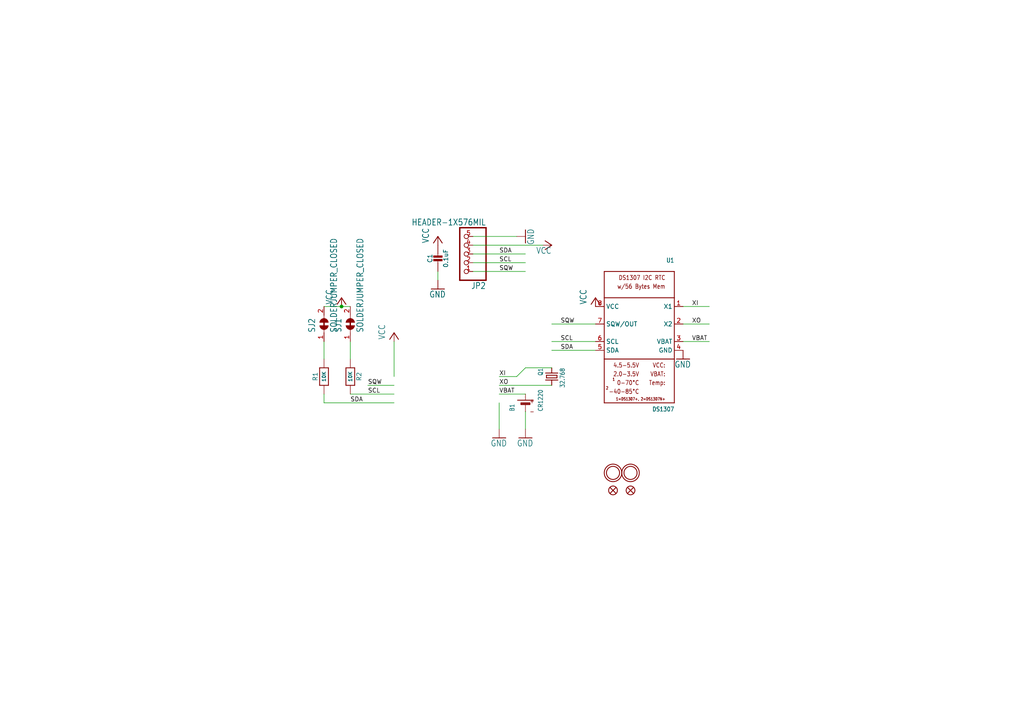
<source format=kicad_sch>
(kicad_sch (version 20211123) (generator eeschema)
  (paper "A4")
  (lib_symbols
    (symbol "eagleSchem-eagle-import:BATTERYCR1220_SMT"
      (property "Reference" "B" (at -2.54 3.175 0))
      (property "Value" "BATTERYCR1220_SMT" (at -2.54 -5.08 0))
      (symbol "BATTERYCR1220_SMT_1_0"
        (polyline (pts (xy -2.54 0) (xy -0.635 0)) (stroke (width 0.1524)))
        (polyline (pts (xy -0.508 -1.27) (xy -0.508 1.27)) (stroke (width 0.254)))
        (polyline (pts (xy -0.508 1.27) (xy -0.254 1.27)) (stroke (width 0.254)))
        (polyline (pts (xy -0.254 -1.27) (xy -0.508 -1.27)) (stroke (width 0.254)))
        (polyline (pts (xy -0.254 1.27) (xy -0.254 -1.27)) (stroke (width 0.254)))
        (polyline (pts (xy -0.254 1.27) (xy 0 1.27)) (stroke (width 0.254)))
        (polyline (pts (xy 0 -1.27) (xy -0.254 -1.27)) (stroke (width 0.254)))
        (polyline (pts (xy 0 1.27) (xy 0 -1.27)) (stroke (width 0.254)))
        (polyline (pts (xy 0.762 2.286) (xy 0.762 -2.286)) (stroke (width 0.254)))
        (polyline (pts (xy 0.889 0) (xy 2.54 0)) (stroke (width 0.1524)))
        (text "+" (at 1.27 -1.143 900) (effects (font (size 1.27 1.0795)) (justify right top)))
        (text "-" (at -1.778 -1.143 900) (effects (font (size 1.27 1.0795)) (justify right top)))
        (pin passive line (at 2.54 0 180) (length 0) (name "+") (number "+$1"))
        (pin passive line (at -2.54 0 0) (length 0) (name "-") (number "-"))
      )
    )
    (symbol "eagleSchem-eagle-import:CAP_CERAMIC0805-NOOUTLINE"
      (property "Reference" "C" (at -2.29 1.25 90))
      (property "Value" "CAP_CERAMIC0805-NOOUTLINE" (at 2.3 1.25 90))
      (symbol "CAP_CERAMIC0805-NOOUTLINE_1_0"
        (rectangle (start -1.27 0.508) (end 1.27 1.016) (fill (type outline)))
        (rectangle (start -1.27 1.524) (end 1.27 2.032) (fill (type outline)))
        (polyline (pts (xy 0 0.762) (xy 0 0)) (stroke (width 0.1524)))
        (polyline (pts (xy 0 2.54) (xy 0 1.778)) (stroke (width 0.1524)))
        (pin passive line (at 0 5.08 270) (length 2.54) (name "1") (number "1"))
        (pin passive line (at 0 -2.54 90) (length 2.54) (name "2") (number "2"))
      )
    )
    (symbol "eagleSchem-eagle-import:CRYSTAL8.0X3.8"
      (property "Reference" "Y" (at -2.54 2.54 0))
      (property "Value" "CRYSTAL8.0X3.8" (at -2.54 -3.81 0))
      (symbol "CRYSTAL8.0X3.8_1_0"
        (polyline (pts (xy -2.54 0) (xy -1.016 0)) (stroke (width 0.254)))
        (polyline (pts (xy -1.016 0) (xy -1.016 -1.778)) (stroke (width 0.254)))
        (polyline (pts (xy -1.016 1.778) (xy -1.016 0)) (stroke (width 0.254)))
        (polyline (pts (xy -0.381 -1.524) (xy 0.381 -1.524)) (stroke (width 0.254)))
        (polyline (pts (xy -0.381 1.524) (xy -0.381 -1.524)) (stroke (width 0.254)))
        (polyline (pts (xy 0.381 -1.524) (xy 0.381 1.524)) (stroke (width 0.254)))
        (polyline (pts (xy 0.381 1.524) (xy -0.381 1.524)) (stroke (width 0.254)))
        (polyline (pts (xy 1.016 0) (xy 1.016 -1.778)) (stroke (width 0.254)))
        (polyline (pts (xy 1.016 1.778) (xy 1.016 0)) (stroke (width 0.254)))
        (polyline (pts (xy 2.54 0) (xy 1.016 0)) (stroke (width 0.254)))
        (pin passive line (at -2.54 0 0) (length 0) (name "1") (number "P$1"))
        (pin passive line (at 2.54 0 180) (length 0) (name "2") (number "P$4"))
      )
    )
    (symbol "eagleSchem-eagle-import:FIDUCIAL{dblquote}{dblquote}"
      (symbol "FIDUCIAL{dblquote}{dblquote}_1_0"
        (polyline (pts (xy -0.762 0.762) (xy 0.762 -0.762)) (stroke (width 0.254)))
        (polyline (pts (xy 0.762 0.762) (xy -0.762 -0.762)) (stroke (width 0.254)))
        (circle (center 0 0) (radius 1.27) (stroke (width 0.254)))
      )
    )
    (symbol "eagleSchem-eagle-import:GND" (power)
      (property "Value" "GND" (at -2.54 -2.54 0))
      (symbol "GND_1_0"
        (polyline (pts (xy -1.905 0) (xy 1.905 0)) (stroke (width 0.254)))
        (pin power_in line (at 0 2.54 270) (length 2.54) (name "GND") (number "1"))
      )
    )
    (symbol "eagleSchem-eagle-import:HEADER-1X576MIL"
      (property "Reference" "JP" (at -6.35 8.255 0))
      (property "Value" "HEADER-1X576MIL" (at -6.35 -10.16 0))
      (symbol "HEADER-1X576MIL_1_0"
        (polyline (pts (xy -6.35 -7.62) (xy 1.27 -7.62)) (stroke (width 0.4064)))
        (polyline (pts (xy -6.35 7.62) (xy -6.35 -7.62)) (stroke (width 0.4064)))
        (polyline (pts (xy 1.27 -7.62) (xy 1.27 7.62)) (stroke (width 0.4064)))
        (polyline (pts (xy 1.27 7.62) (xy -6.35 7.62)) (stroke (width 0.4064)))
        (pin passive inverted (at -2.54 5.08 0) (length 2.54) (name "1") (number "1"))
        (pin passive inverted (at -2.54 2.54 0) (length 2.54) (name "2") (number "2"))
        (pin passive inverted (at -2.54 0 0) (length 2.54) (name "3") (number "3"))
        (pin passive inverted (at -2.54 -2.54 0) (length 2.54) (name "4") (number "4"))
        (pin passive inverted (at -2.54 -5.08 0) (length 2.54) (name "5") (number "5"))
      )
    )
    (symbol "eagleSchem-eagle-import:MOUNTINGHOLE2.0"
      (symbol "MOUNTINGHOLE2.0_1_0"
        (circle (center 0 0) (radius 1.905) (stroke (width 0.254)))
        (circle (center 0 0) (radius 2.54) (stroke (width 0.254)))
      )
    )
    (symbol "eagleSchem-eagle-import:RESISTOR0805_NOOUTLINE"
      (property "Reference" "R" (at 0 2.54 0))
      (property "Value" "RESISTOR0805_NOOUTLINE" (at 0 0 0))
      (symbol "RESISTOR0805_NOOUTLINE_1_0"
        (polyline (pts (xy -2.54 -1.27) (xy -2.54 1.27)) (stroke (width 0.254)))
        (polyline (pts (xy -2.54 1.27) (xy 2.54 1.27)) (stroke (width 0.254)))
        (polyline (pts (xy 2.54 -1.27) (xy -2.54 -1.27)) (stroke (width 0.254)))
        (polyline (pts (xy 2.54 1.27) (xy 2.54 -1.27)) (stroke (width 0.254)))
        (pin passive line (at -5.08 0 0) (length 2.54) (name "1") (number "1"))
        (pin passive line (at 5.08 0 180) (length 2.54) (name "2") (number "2"))
      )
    )
    (symbol "eagleSchem-eagle-import:RTC_DS1307"
      (property "Reference" "U" (at -10.16 20.32 0))
      (property "Value" "RTC_DS1307" (at -10.16 -22.86 0))
      (symbol "RTC_DS1307_1_0"
        (polyline (pts (xy -10.16 -20.32) (xy -10.16 -7.62)) (stroke (width 0.254)))
        (polyline (pts (xy -10.16 -7.62) (xy -10.16 10.16)) (stroke (width 0.254)))
        (polyline (pts (xy -10.16 10.16) (xy 10.16 10.16)) (stroke (width 0.254)))
        (polyline (pts (xy -10.16 17.78) (xy -10.16 10.16)) (stroke (width 0.254)))
        (polyline (pts (xy -10.16 17.78) (xy 10.16 17.78)) (stroke (width 0.254)))
        (polyline (pts (xy 10.16 -20.32) (xy -10.16 -20.32)) (stroke (width 0.254)))
        (polyline (pts (xy 10.16 -20.32) (xy 10.16 -7.62)) (stroke (width 0.254)))
        (polyline (pts (xy 10.16 -7.62) (xy -10.16 -7.62)) (stroke (width 0.254)))
        (polyline (pts (xy 10.16 10.16) (xy 10.16 -7.62)) (stroke (width 0.254)))
        (polyline (pts (xy 10.16 17.78) (xy 10.16 10.16)) (stroke (width 0.254)))
        (text "-40-85°C" (at 0 -17.78 0) (effects (font (size 1.27 1.0795)) (justify left bottom)))
        (text "0-70°C" (at 0 -15.24 0) (effects (font (size 1.27 1.0795)) (justify left bottom)))
        (text "1" (at 6.985 -13.97 0) (effects (font (size 0.8128 0.6908)) (justify left bottom)))
        (text "1=DS1307+, 2=DS1307N+" (at -7.62 -19.685 0) (effects (font (size 0.8128 0.6908)) (justify left bottom)))
        (text "2" (at 8.89 -16.51 0) (effects (font (size 0.8128 0.6908)) (justify left bottom)))
        (text "2.0-3.5V" (at 0 -12.7 0) (effects (font (size 1.27 1.0795)) (justify left bottom)))
        (text "4.5-5.5V" (at 0 -10.16 0) (effects (font (size 1.27 1.0795)) (justify left bottom)))
        (text "DS1307 I2C RTC" (at -7.62 15.24 0) (effects (font (size 1.27 1.0795)) (justify left bottom)))
        (text "Temp:" (at -7.62 -15.24 0) (effects (font (size 1.27 1.0795)) (justify left bottom)))
        (text "VBAT:" (at -7.62 -12.7 0) (effects (font (size 1.27 1.0795)) (justify left bottom)))
        (text "VCC:" (at -7.62 -10.16 0) (effects (font (size 1.27 1.0795)) (justify left bottom)))
        (text "w/56 Bytes Mem" (at -7.62 12.7 0) (effects (font (size 1.27 1.0795)) (justify left bottom)))
        (pin bidirectional line (at -12.7 7.62 0) (length 2.54) (name "X1") (number "1"))
        (pin bidirectional line (at -12.7 2.54 0) (length 2.54) (name "X2") (number "2"))
        (pin bidirectional line (at -12.7 -2.54 0) (length 2.54) (name "VBAT") (number "3"))
        (pin bidirectional line (at -12.7 -5.08 0) (length 2.54) (name "GND") (number "4"))
        (pin bidirectional line (at 12.7 -5.08 180) (length 2.54) (name "SDA") (number "5"))
        (pin bidirectional line (at 12.7 -2.54 180) (length 2.54) (name "SCL") (number "6"))
        (pin bidirectional line (at 12.7 2.54 180) (length 2.54) (name "SQW/OUT") (number "7"))
        (pin bidirectional line (at 12.7 7.62 180) (length 2.54) (name "VCC") (number "8"))
      )
    )
    (symbol "eagleSchem-eagle-import:SOLDERJUMPER_CLOSED"
      (property "Reference" "SJ" (at -2.54 2.54 0))
      (property "Value" "SOLDERJUMPER_CLOSED" (at -2.54 -3.81 0))
      (symbol "SOLDERJUMPER_CLOSED_1_0"
        (arc (start -0.381 1.2699) (mid -1.6508 0) (end -0.381 -1.2699) (stroke (width 0.0001)) (fill (type outline)))
        (polyline (pts (xy -2.54 0) (xy -1.651 0)) (stroke (width 0.1524)))
        (polyline (pts (xy -0.635 0) (xy 0.635 0)) (stroke (width 0.4064)))
        (polyline (pts (xy 2.54 0) (xy 1.651 0)) (stroke (width 0.1524)))
        (arc (start 0.381 -1.2699) (mid 1.6508 0) (end 0.381 1.2699) (stroke (width 0.0001)) (fill (type outline)))
        (pin passive line (at -5.08 0 0) (length 2.54) (name "1") (number "1"))
        (pin passive line (at 5.08 0 180) (length 2.54) (name "2") (number "2"))
      )
    )
    (symbol "eagleSchem-eagle-import:VCC" (power)
      (property "Value" "VCC" (at -2.54 -2.54 90))
      (symbol "VCC_1_0"
        (polyline (pts (xy 0 0) (xy -1.27 -1.905)) (stroke (width 0.254)))
        (polyline (pts (xy 1.27 -1.905) (xy 0 0)) (stroke (width 0.254)))
        (pin power_in line (at 0 -2.54 90) (length 2.54) (name "VCC") (number "1"))
      )
    )
  )
  (junction (at 99.06 88.9))
  (wire (pts (xy 137.16 76.2) (xy 152.4 76.2)))
  (wire (pts (xy 152.4 119.38) (xy 152.4 124.46)))
  (wire (pts (xy 99.06 88.9) (xy 93.98 88.9)))
  (wire (pts (xy 137.16 73.66) (xy 152.4 73.66)))
  (wire (pts (xy 160.02 111.76) (xy 144.78 111.76)))
  (wire (pts (xy 93.98 116.84) (xy 93.98 114.3)))
  (wire (pts (xy 152.4 106.68) (xy 149.86 109.22)))
  (wire (pts (xy 144.78 124.46) (xy 144.78 116.84)))
  (wire (pts (xy 152.4 114.3) (xy 144.78 114.3)))
  (wire (pts (xy 205.74 93.98) (xy 198.12 93.98)))
  (wire (pts (xy 127 81.28) (xy 127 78.74)))
  (wire (pts (xy 137.16 78.74) (xy 152.4 78.74)))
  (wire (pts (xy 160.02 106.68) (xy 152.4 106.68)))
  (wire (pts (xy 160.02 99.06) (xy 172.72 99.06)))
  (wire (pts (xy 198.12 88.9) (xy 205.74 88.9)))
  (wire (pts (xy 114.3 111.76) (xy 106.68 111.76)))
  (wire (pts (xy 114.3 116.84) (xy 93.98 116.84)))
  (wire (pts (xy 93.98 104.14) (xy 93.98 99.06)))
  (wire (pts (xy 198.12 99.06) (xy 205.74 99.06)))
  (wire (pts (xy 101.6 88.9) (xy 99.06 88.9)))
  (wire (pts (xy 172.72 93.98) (xy 160.02 93.98)))
  (wire (pts (xy 157.48 71.12) (xy 137.16 71.12)))
  (wire (pts (xy 149.86 109.22) (xy 144.78 109.22)))
  (wire (pts (xy 114.3 114.3) (xy 101.6 114.3)))
  (wire (pts (xy 114.3 99.06) (xy 114.3 109.22)))
  (wire (pts (xy 172.72 101.6) (xy 160.02 101.6)))
  (wire (pts (xy 149.86 68.58) (xy 137.16 68.58)))
  (wire (pts (xy 101.6 99.06) (xy 101.6 104.14)))
  (label "VBAT" (at 144.78 114.3 0) (effects (font (size 1.2446 1.2446))))
  (label "XI" (at 200.66 88.9 0) (effects (font (size 1.2446 1.2446))))
  (label "SCL" (at 162.56 99.06 0) (effects (font (size 1.2446 1.2446))))
  (label "VBAT" (at 200.66 99.06 0) (effects (font (size 1.2446 1.2446))))
  (label "SDA" (at 162.56 101.6 0) (effects (font (size 1.2446 1.2446))))
  (label "XO" (at 200.66 93.98 0) (effects (font (size 1.2446 1.2446))))
  (label "SCL" (at 144.78 76.2 0) (effects (font (size 1.2446 1.2446))))
  (label "SCL" (at 106.68 114.3 0) (effects (font (size 1.2446 1.2446))))
  (label "SQW" (at 162.56 93.98 0) (effects (font (size 1.2446 1.2446))))
  (label "SDA" (at 144.78 73.66 0) (effects (font (size 1.2446 1.2446))))
  (label "SDA" (at 101.6 116.84 0) (effects (font (size 1.2446 1.2446))))
  (label "SQW" (at 144.78 78.74 0) (effects (font (size 1.2446 1.2446))))
  (label "SQW" (at 106.68 111.76 0) (effects (font (size 1.2446 1.2446))))
  (label "XO" (at 144.78 111.76 0) (effects (font (size 1.2446 1.2446))))
  (label "XI" (at 144.78 109.22 0) (effects (font (size 1.2446 1.2446))))
  (symbol (lib_id "eagleSchem-eagle-import:CAP_CERAMIC0805-NOOUTLINE") (at 127 76.2 0) (unit 1)
    (property "Reference" "C1" (at 124.71 74.95 90))
    (property "Value" "0.1uF" (at 129.3 74.95 90))
    (property "Footprint" "eagleSchem:0805-NO" (effects hide))
  )
  (symbol (lib_id "eagleSchem-eagle-import:RESISTOR0805_NOOUTLINE") (at 93.98 109.22 90) (unit 1)
    (property "Reference" "R1" (at 91.44 109.22 0))
    (property "Value" "10K" (at 93.98 109.22 0) (effects (font (size 1.016 1.016) bold)))
    (property "Footprint" "eagleSchem:0805-NO" (effects hide))
  )
  (symbol (lib_id "eagleSchem-eagle-import:SOLDERJUMPER_CLOSED") (at 93.98 93.98 90) (unit 1)
    (property "Reference" "SJ2" (at 91.44 96.52 0) (effects (font (size 1.778 1.5113)) (justify left bottom)))
    (property "Value" "SOLDERJUMPER_CLOSED" (at 97.79 96.52 0) (effects (font (size 1.778 1.5113)) (justify left bottom)))
    (property "Footprint" "eagleSchem:SOLDERJUMPER_CLOSEDWIRE" (effects hide))
  )
  (symbol (lib_id "eagleSchem-eagle-import:MOUNTINGHOLE2.0") (at 177.8 137.16 0) (unit 1)
    (property "Reference" "U$1" (effects hide))
    (property "Value" "MOUNTINGHOLE2.0" (effects hide))
    (property "Footprint" "eagleSchem:MOUNTINGHOLE_2.0_PLATED" (effects hide))
  )
  (symbol (lib_id "eagleSchem-eagle-import:BATTERYCR1220_SMT") (at 152.4 116.84 90) (unit 1)
    (property "Reference" "B1" (at 149.225 119.38 0) (effects (font (size 1.27 1.0795)) (justify left bottom)))
    (property "Value" "CR1220" (at 157.48 119.38 0) (effects (font (size 1.27 1.0795)) (justify left bottom)))
    (property "Footprint" "eagleSchem:CR1220" (effects hide))
  )
  (symbol (lib_id "eagleSchem-eagle-import:VCC") (at 114.3 96.52 0) (mirror y) (unit 1)
    (property "Reference" "#P+13" (effects hide))
    (property "Value" "VCC" (at 111.76 93.98 90) (effects (font (size 1.778 1.5113)) (justify right top)))
    (property "Footprint" "eagleSchem:" (effects hide))
  )
  (symbol (lib_id "eagleSchem-eagle-import:RTC_DS1307") (at 185.42 96.52 0) (mirror y) (unit 1)
    (property "Reference" "U1" (at 195.58 76.2 0) (effects (font (size 1.27 1.0795)) (justify left bottom)))
    (property "Value" "DS1307" (at 195.58 119.38 0) (effects (font (size 1.27 1.0795)) (justify left bottom)))
    (property "Footprint" "eagleSchem:SOIC8_150MIL" (effects hide))
  )
  (symbol (lib_id "eagleSchem-eagle-import:GND") (at 152.4 68.58 90) (unit 1)
    (property "Reference" "#GND1" (effects hide))
    (property "Value" "GND" (at 154.94 71.12 0) (effects (font (size 1.778 1.5113)) (justify left bottom)))
    (property "Footprint" "eagleSchem:" (effects hide))
  )
  (symbol (lib_id "eagleSchem-eagle-import:CRYSTAL8.0X3.8") (at 160.02 109.22 90) (mirror x) (unit 1)
    (property "Reference" "Q1" (at 157.48 106.68 0) (effects (font (size 1.27 1.0795)) (justify left bottom)))
    (property "Value" "32.768" (at 163.83 106.68 0) (effects (font (size 1.27 1.0795)) (justify left bottom)))
    (property "Footprint" "eagleSchem:CRYSTAL_8X3.8" (effects hide))
  )
  (symbol (lib_id "eagleSchem-eagle-import:VCC") (at 127 68.58 0) (mirror y) (unit 1)
    (property "Reference" "#P+2" (effects hide))
    (property "Value" "VCC" (at 124.46 66.04 90) (effects (font (size 1.778 1.5113)) (justify right top)))
    (property "Footprint" "eagleSchem:" (effects hide))
  )
  (symbol (lib_id "eagleSchem-eagle-import:FIDUCIAL{dblquote}{dblquote}") (at 182.88 142.24 0) (unit 1)
    (property "Reference" "FID1" (effects hide))
    (property "Value" "FIDUCIAL{dblquote}{dblquote}" (effects hide))
    (property "Footprint" "eagleSchem:FIDUCIAL_1MM" (effects hide))
  )
  (symbol (lib_id "eagleSchem-eagle-import:GND") (at 144.78 127 0) (unit 1)
    (property "Reference" "#GND16" (effects hide))
    (property "Value" "GND" (at 142.24 129.54 0) (effects (font (size 1.778 1.5113)) (justify left bottom)))
    (property "Footprint" "eagleSchem:" (effects hide))
  )
  (symbol (lib_id "eagleSchem-eagle-import:GND") (at 127 83.82 0) (unit 1)
    (property "Reference" "#GND2" (effects hide))
    (property "Value" "GND" (at 124.46 86.36 0) (effects (font (size 1.778 1.5113)) (justify left bottom)))
    (property "Footprint" "eagleSchem:" (effects hide))
  )
  (symbol (lib_id "eagleSchem-eagle-import:SOLDERJUMPER_CLOSED") (at 101.6 93.98 90) (unit 1)
    (property "Reference" "SJ1" (at 99.06 96.52 0) (effects (font (size 1.778 1.5113)) (justify left bottom)))
    (property "Value" "SOLDERJUMPER_CLOSED" (at 105.41 96.52 0) (effects (font (size 1.778 1.5113)) (justify left bottom)))
    (property "Footprint" "eagleSchem:SOLDERJUMPER_CLOSEDWIRE" (effects hide))
  )
  (symbol (lib_id "eagleSchem-eagle-import:HEADER-1X576MIL") (at 134.62 73.66 180) (unit 1)
    (property "Reference" "JP2" (at 140.97 81.915 0) (effects (font (size 1.778 1.5113)) (justify left bottom)))
    (property "Value" "HEADER-1X576MIL" (at 140.97 63.5 0) (effects (font (size 1.778 1.5113)) (justify left bottom)))
    (property "Footprint" "eagleSchem:1X05_ROUND_76" (effects hide))
  )
  (symbol (lib_id "eagleSchem-eagle-import:MOUNTINGHOLE2.0") (at 182.88 137.16 0) (unit 1)
    (property "Reference" "U$4" (effects hide))
    (property "Value" "MOUNTINGHOLE2.0" (effects hide))
    (property "Footprint" "eagleSchem:MOUNTINGHOLE_2.0_PLATED" (effects hide))
  )
  (symbol (lib_id "eagleSchem-eagle-import:FIDUCIAL{dblquote}{dblquote}") (at 177.8 142.24 0) (unit 1)
    (property "Reference" "FID2" (effects hide))
    (property "Value" "FIDUCIAL{dblquote}{dblquote}" (effects hide))
    (property "Footprint" "eagleSchem:FIDUCIAL_1MM" (effects hide))
  )
  (symbol (lib_id "eagleSchem-eagle-import:GND") (at 152.4 127 0) (unit 1)
    (property "Reference" "#GND17" (effects hide))
    (property "Value" "GND" (at 149.86 129.54 0) (effects (font (size 1.778 1.5113)) (justify left bottom)))
    (property "Footprint" "eagleSchem:" (effects hide))
  )
  (symbol (lib_id "eagleSchem-eagle-import:VCC") (at 160.02 71.12 270) (mirror x) (unit 1)
    (property "Reference" "#P+1" (effects hide))
    (property "Value" "VCC" (at 160.02 73.66 90) (effects (font (size 1.778 1.5113)) (justify right top)))
    (property "Footprint" "eagleSchem:" (effects hide))
  )
  (symbol (lib_id "eagleSchem-eagle-import:RESISTOR0805_NOOUTLINE") (at 101.6 109.22 270) (unit 1)
    (property "Reference" "R2" (at 104.14 109.22 0))
    (property "Value" "10K" (at 101.6 109.22 0) (effects (font (size 1.016 1.016) bold)))
    (property "Footprint" "eagleSchem:0805-NO" (effects hide))
  )
  (symbol (lib_id "eagleSchem-eagle-import:VCC") (at 172.72 86.36 0) (mirror y) (unit 1)
    (property "Reference" "#P+3" (effects hide))
    (property "Value" "VCC" (at 170.18 83.82 90) (effects (font (size 1.778 1.5113)) (justify right top)))
    (property "Footprint" "eagleSchem:" (effects hide))
  )
  (symbol (lib_id "eagleSchem-eagle-import:GND") (at 198.12 104.14 0) (unit 1)
    (property "Reference" "#GND3" (effects hide))
    (property "Value" "GND" (at 195.58 106.68 0) (effects (font (size 1.778 1.5113)) (justify left bottom)))
    (property "Footprint" "eagleSchem:" (effects hide))
  )
  (symbol (lib_id "eagleSchem-eagle-import:VCC") (at 99.06 86.36 0) (mirror y) (unit 1)
    (property "Reference" "#P+14" (effects hide))
    (property "Value" "VCC" (at 96.52 83.82 90) (effects (font (size 1.778 1.5113)) (justify right top)))
    (property "Footprint" "eagleSchem:" (effects hide))
  )
)
</source>
